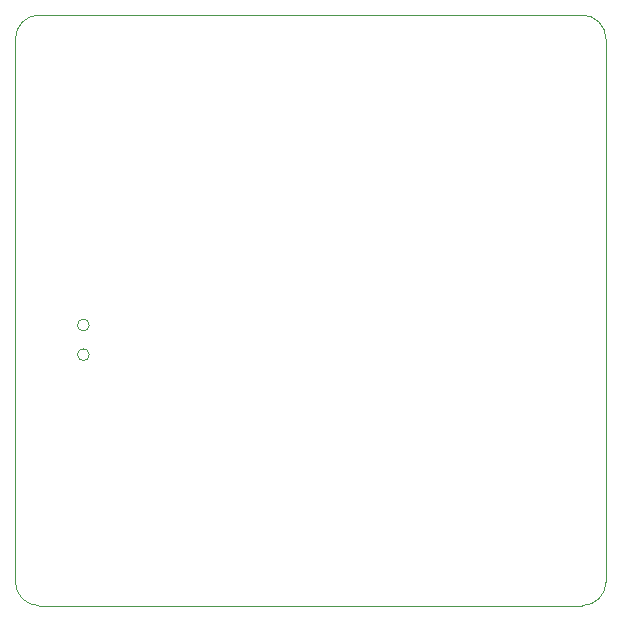
<source format=gbr>
%TF.GenerationSoftware,KiCad,Pcbnew,7.0.7*%
%TF.CreationDate,2024-01-21T18:01:17-05:00*%
%TF.ProjectId,Forerunner-Cubic-Mainboard,466f7265-7275-46e6-9e65-722d43756269,rev?*%
%TF.SameCoordinates,Original*%
%TF.FileFunction,Profile,NP*%
%FSLAX46Y46*%
G04 Gerber Fmt 4.6, Leading zero omitted, Abs format (unit mm)*
G04 Created by KiCad (PCBNEW 7.0.7) date 2024-01-21 18:01:17*
%MOMM*%
%LPD*%
G01*
G04 APERTURE LIST*
%TA.AperFunction,Profile*%
%ADD10C,0.100000*%
%TD*%
%TA.AperFunction,Profile*%
%ADD11C,0.001000*%
%TD*%
G04 APERTURE END LIST*
D10*
X0Y2000000D02*
X0Y48000000D01*
X2000000Y50000000D02*
G75*
G03*
X0Y48000000I-1J-1999999D01*
G01*
X50000000Y48000000D02*
X50000000Y2000000D01*
X2000000Y50000000D02*
X48000000Y50000000D01*
X48000000Y0D02*
X2000000Y0D01*
X50000000Y48000000D02*
G75*
G03*
X48000000Y50000000I-2000000J0D01*
G01*
X48000000Y0D02*
G75*
G03*
X50000000Y2000000I0J2000000D01*
G01*
X0Y2000000D02*
G75*
G03*
X2000000Y0I2000000J0D01*
G01*
D11*
%TO.C,LP1*%
X6250000Y21250000D02*
G75*
G03*
X6250000Y21250000I-500000J0D01*
G01*
X6250000Y23750000D02*
G75*
G03*
X6250000Y23750000I-500000J0D01*
G01*
%TD*%
M02*

</source>
